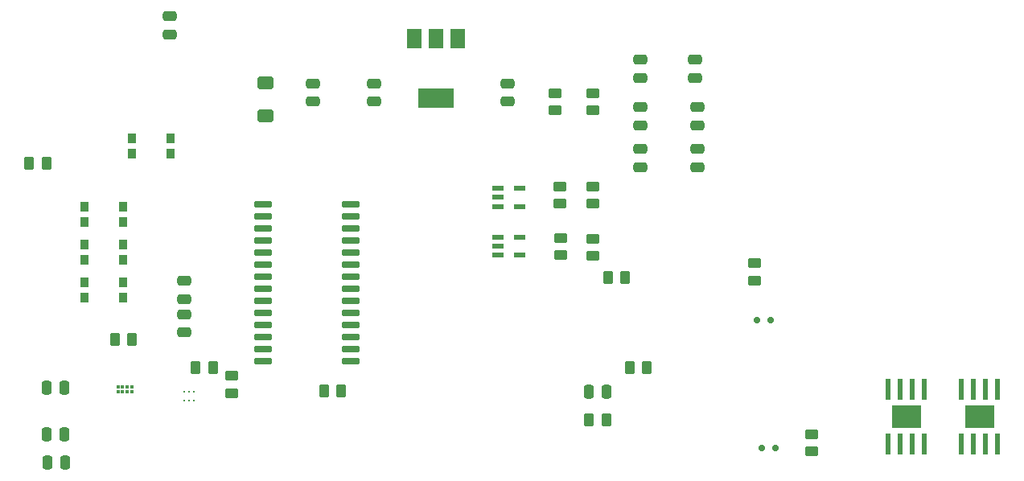
<source format=gbr>
%TF.GenerationSoftware,KiCad,Pcbnew,9.0.0*%
%TF.CreationDate,2025-04-23T23:28:36+02:00*%
%TF.ProjectId,Proyecto_ArgibayManuel_YangAlex,50726f79-6563-4746-9f5f-417267696261,rev?*%
%TF.SameCoordinates,Original*%
%TF.FileFunction,Paste,Top*%
%TF.FilePolarity,Positive*%
%FSLAX46Y46*%
G04 Gerber Fmt 4.6, Leading zero omitted, Abs format (unit mm)*
G04 Created by KiCad (PCBNEW 9.0.0) date 2025-04-23 23:28:36*
%MOMM*%
%LPD*%
G01*
G04 APERTURE LIST*
G04 Aperture macros list*
%AMRoundRect*
0 Rectangle with rounded corners*
0 $1 Rounding radius*
0 $2 $3 $4 $5 $6 $7 $8 $9 X,Y pos of 4 corners*
0 Add a 4 corners polygon primitive as box body*
4,1,4,$2,$3,$4,$5,$6,$7,$8,$9,$2,$3,0*
0 Add four circle primitives for the rounded corners*
1,1,$1+$1,$2,$3*
1,1,$1+$1,$4,$5*
1,1,$1+$1,$6,$7*
1,1,$1+$1,$8,$9*
0 Add four rect primitives between the rounded corners*
20,1,$1+$1,$2,$3,$4,$5,0*
20,1,$1+$1,$4,$5,$6,$7,0*
20,1,$1+$1,$6,$7,$8,$9,0*
20,1,$1+$1,$8,$9,$2,$3,0*%
G04 Aperture macros list end*
%ADD10R,0.300000X0.300000*%
%ADD11RoundRect,0.250000X-0.475000X0.250000X-0.475000X-0.250000X0.475000X-0.250000X0.475000X0.250000X0*%
%ADD12R,0.900000X1.000000*%
%ADD13RoundRect,0.250000X0.262500X0.450000X-0.262500X0.450000X-0.262500X-0.450000X0.262500X-0.450000X0*%
%ADD14RoundRect,0.250000X0.250000X0.475000X-0.250000X0.475000X-0.250000X-0.475000X0.250000X-0.475000X0*%
%ADD15RoundRect,0.250000X-0.262500X-0.450000X0.262500X-0.450000X0.262500X0.450000X-0.262500X0.450000X0*%
%ADD16RoundRect,0.250000X0.450000X-0.262500X0.450000X0.262500X-0.450000X0.262500X-0.450000X-0.262500X0*%
%ADD17R,1.211200X0.500800*%
%ADD18RoundRect,0.150000X-0.150000X-0.200000X0.150000X-0.200000X0.150000X0.200000X-0.150000X0.200000X0*%
%ADD19RoundRect,0.075000X-0.875000X-0.225000X0.875000X-0.225000X0.875000X0.225000X-0.875000X0.225000X0*%
%ADD20C,0.260000*%
%ADD21R,1.500000X2.000000*%
%ADD22R,3.800000X2.000000*%
%ADD23R,3.100000X2.400000*%
%ADD24R,0.500000X2.200000*%
%ADD25RoundRect,0.250000X-0.450000X0.262500X-0.450000X-0.262500X0.450000X-0.262500X0.450000X0.262500X0*%
%ADD26RoundRect,0.250000X-0.600000X0.400000X-0.600000X-0.400000X0.600000X-0.400000X0.600000X0.400000X0*%
%ADD27RoundRect,0.250000X-0.250000X-0.475000X0.250000X-0.475000X0.250000X0.475000X-0.250000X0.475000X0*%
%ADD28RoundRect,0.250000X0.475000X-0.250000X0.475000X0.250000X-0.475000X0.250000X-0.475000X-0.250000X0*%
G04 APERTURE END LIST*
D10*
%TO.C,U9*%
X115500000Y-79500000D03*
X115000000Y-79500000D03*
X114500000Y-79500000D03*
X114000000Y-79500000D03*
X115500000Y-80000000D03*
X115000000Y-80000000D03*
X114500000Y-80000000D03*
X114000000Y-80000000D03*
%TD*%
D11*
%TO.C,C15*%
X174769888Y-45100000D03*
X174769888Y-47000000D03*
%TD*%
D12*
%TO.C,SW4*%
X115450000Y-53400000D03*
X119550000Y-53400000D03*
X115450000Y-55000000D03*
X119550000Y-55000000D03*
%TD*%
D13*
%TO.C,R8*%
X115500000Y-74500000D03*
X113675000Y-74500000D03*
%TD*%
D14*
%TO.C,C6*%
X108450000Y-87500000D03*
X106550000Y-87500000D03*
%TD*%
D12*
%TO.C,SW1*%
X114550000Y-62140000D03*
X110450000Y-62140000D03*
X114550000Y-60540000D03*
X110450000Y-60540000D03*
%TD*%
D15*
%TO.C,R17*%
X163587500Y-83000000D03*
X165412500Y-83000000D03*
%TD*%
D16*
%TO.C,R6*%
X160500000Y-60252500D03*
X160500000Y-58427500D03*
%TD*%
D17*
%TO.C,U4*%
X154000000Y-63752500D03*
X154000000Y-64702500D03*
X154000000Y-65652500D03*
X156300000Y-65652500D03*
X156300000Y-63752500D03*
%TD*%
D12*
%TO.C,SW3*%
X114550000Y-70140000D03*
X110450000Y-70140000D03*
X114550000Y-68540000D03*
X110450000Y-68540000D03*
%TD*%
D18*
%TO.C,D1*%
X182700000Y-72500000D03*
X181300000Y-72500000D03*
%TD*%
D19*
%TO.C,U1*%
X129290000Y-60340000D03*
X129290000Y-61610000D03*
X129290000Y-62880000D03*
X129290000Y-64150000D03*
X129290000Y-65420000D03*
X129290000Y-66690000D03*
X129290000Y-67960000D03*
X129290000Y-69230000D03*
X129290000Y-70500000D03*
X129290000Y-71770000D03*
X129290000Y-73040000D03*
X129290000Y-74310000D03*
X129290000Y-75580000D03*
X129290000Y-76850000D03*
X138500000Y-76850000D03*
X138500000Y-75580000D03*
X138500000Y-74310000D03*
X138500000Y-73040000D03*
X138500000Y-71770000D03*
X138500000Y-70500000D03*
X138500000Y-69230000D03*
X138500000Y-67960000D03*
X138500000Y-66690000D03*
X138500000Y-65420000D03*
X138500000Y-64150000D03*
X138500000Y-62880000D03*
X138500000Y-61610000D03*
X138500000Y-60340000D03*
%TD*%
D16*
%TO.C,R4*%
X164000000Y-60252500D03*
X164000000Y-58427500D03*
%TD*%
%TO.C,R12*%
X181000000Y-68325000D03*
X181000000Y-66500000D03*
%TD*%
D20*
%TO.C,U2*%
X121000000Y-81000000D03*
X121000000Y-80000000D03*
X121500000Y-81000000D03*
X121500000Y-80000000D03*
X122000000Y-81000000D03*
X122000000Y-80000000D03*
%TD*%
D16*
%TO.C,R16*%
X164000000Y-50412500D03*
X164000000Y-48587500D03*
%TD*%
D14*
%TO.C,C9*%
X108400000Y-79580000D03*
X106500000Y-79580000D03*
%TD*%
D21*
%TO.C,IC1*%
X149800000Y-42850000D03*
X147500000Y-42850000D03*
X145200000Y-42850000D03*
D22*
X147500000Y-49150000D03*
%TD*%
D13*
%TO.C,R11*%
X169682500Y-77500000D03*
X167857500Y-77500000D03*
%TD*%
D23*
%TO.C,U6*%
X197000000Y-82650000D03*
D24*
X198905000Y-79775000D03*
X197635000Y-79775000D03*
X196365000Y-79775000D03*
X195095000Y-79775000D03*
X195095000Y-85525000D03*
X196365000Y-85525000D03*
X197635000Y-85525000D03*
X198905000Y-85525000D03*
%TD*%
D13*
%TO.C,R10*%
X167412500Y-68000000D03*
X165587500Y-68000000D03*
%TD*%
D23*
%TO.C,U7*%
X204700000Y-82650000D03*
D24*
X206605000Y-79775000D03*
X205335000Y-79775000D03*
X204065000Y-79775000D03*
X202795000Y-79775000D03*
X202795000Y-85525000D03*
X204065000Y-85525000D03*
X205335000Y-85525000D03*
X206605000Y-85525000D03*
%TD*%
D11*
%TO.C,C14*%
X169000000Y-45100000D03*
X169000000Y-47000000D03*
%TD*%
D25*
%TO.C,R13*%
X187000000Y-84500000D03*
X187000000Y-86325000D03*
%TD*%
D16*
%TO.C,R7*%
X160587500Y-65665000D03*
X160587500Y-63840000D03*
%TD*%
D26*
%TO.C,D4*%
X129500000Y-47500000D03*
X129500000Y-51000000D03*
%TD*%
D27*
%TO.C,C16*%
X163550000Y-80000000D03*
X165450000Y-80000000D03*
%TD*%
D12*
%TO.C,SW2*%
X114550000Y-66140000D03*
X110450000Y-66140000D03*
X114550000Y-64540000D03*
X110450000Y-64540000D03*
%TD*%
D11*
%TO.C,C11*%
X141000000Y-47600000D03*
X141000000Y-49500000D03*
%TD*%
%TO.C,C10*%
X175000000Y-50094888D03*
X175000000Y-51994888D03*
%TD*%
%TO.C,C12*%
X134500000Y-47600000D03*
X134500000Y-49500000D03*
%TD*%
D17*
%TO.C,U3*%
X154000000Y-58625500D03*
X154000000Y-59575500D03*
X154000000Y-60525500D03*
X156300000Y-60525500D03*
X156300000Y-58625500D03*
%TD*%
D11*
%TO.C,C13*%
X155000000Y-47600000D03*
X155000000Y-49500000D03*
%TD*%
D18*
%TO.C,D2*%
X183200000Y-86000000D03*
X181800000Y-86000000D03*
%TD*%
D16*
%TO.C,R5*%
X164000000Y-65752500D03*
X164000000Y-63927500D03*
%TD*%
D25*
%TO.C,R1*%
X126000000Y-78340000D03*
X126000000Y-80165000D03*
%TD*%
D15*
%TO.C,R3*%
X104675000Y-56000000D03*
X106500000Y-56000000D03*
%TD*%
D11*
%TO.C,C8*%
X169000000Y-54500000D03*
X169000000Y-56400000D03*
%TD*%
%TO.C,C3*%
X169000000Y-50094888D03*
X169000000Y-51994888D03*
%TD*%
D15*
%TO.C,R9*%
X122175000Y-77500000D03*
X124000000Y-77500000D03*
%TD*%
D28*
%TO.C,C1*%
X119500000Y-42400000D03*
X119500000Y-40500000D03*
%TD*%
D25*
%TO.C,R15*%
X160000000Y-48587500D03*
X160000000Y-50412500D03*
%TD*%
D11*
%TO.C,C5*%
X121000000Y-71890000D03*
X121000000Y-73790000D03*
%TD*%
D27*
%TO.C,C2*%
X106500000Y-84500000D03*
X108400000Y-84500000D03*
%TD*%
D28*
%TO.C,C4*%
X121000000Y-70290000D03*
X121000000Y-68390000D03*
%TD*%
D11*
%TO.C,C7*%
X175000000Y-54500000D03*
X175000000Y-56400000D03*
%TD*%
D13*
%TO.C,R2*%
X137500000Y-79912500D03*
X135675000Y-79912500D03*
%TD*%
M02*

</source>
